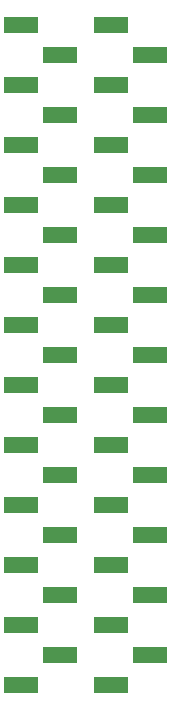
<source format=gbs>
G04 #@! TF.FileFunction,Soldermask,Bot*
%FSLAX46Y46*%
G04 Gerber Fmt 4.6, Leading zero omitted, Abs format (unit mm)*
G04 Created by KiCad (PCBNEW 4.0.7-e2-6376~58~ubuntu16.04.1) date Sat Jan 13 09:47:37 2018*
%MOMM*%
%LPD*%
G01*
G04 APERTURE LIST*
%ADD10C,0.100000*%
%ADD11R,2.910000X1.400000*%
G04 APERTURE END LIST*
D10*
D11*
X143510000Y-81280000D03*
X143510000Y-86360000D03*
X143510000Y-91440000D03*
X143510000Y-96520000D03*
X143510000Y-101600000D03*
X143510000Y-106680000D03*
X143510000Y-111760000D03*
X143510000Y-116840000D03*
X143510000Y-121920000D03*
X143510000Y-127000000D03*
X143510000Y-132080000D03*
X140200000Y-78740000D03*
X140200000Y-83820000D03*
X140200000Y-88900000D03*
X140200000Y-93980000D03*
X140200000Y-99060000D03*
X140200000Y-104140000D03*
X140200000Y-109220000D03*
X140200000Y-114300000D03*
X140200000Y-119380000D03*
X140200000Y-124460000D03*
X140200000Y-129540000D03*
X140200000Y-134620000D03*
X135890000Y-81280000D03*
X135890000Y-86360000D03*
X135890000Y-91440000D03*
X135890000Y-96520000D03*
X135890000Y-101600000D03*
X135890000Y-106680000D03*
X135890000Y-111760000D03*
X135890000Y-116840000D03*
X135890000Y-121920000D03*
X135890000Y-127000000D03*
X135890000Y-132080000D03*
X132580000Y-78740000D03*
X132580000Y-83820000D03*
X132580000Y-88900000D03*
X132580000Y-93980000D03*
X132580000Y-99060000D03*
X132580000Y-104140000D03*
X132580000Y-109220000D03*
X132580000Y-114300000D03*
X132580000Y-119380000D03*
X132580000Y-124460000D03*
X132580000Y-129540000D03*
X132580000Y-134620000D03*
M02*

</source>
